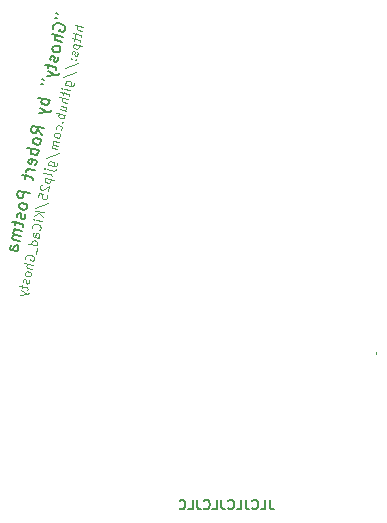
<source format=gbo>
G04 #@! TF.GenerationSoftware,KiCad,Pcbnew,7.0.1-0*
G04 #@! TF.CreationDate,2023-08-21T12:14:01+02:00*
G04 #@! TF.ProjectId,ghost,67686f73-742e-46b6-9963-61645f706362,rev?*
G04 #@! TF.SameCoordinates,Original*
G04 #@! TF.FileFunction,Legend,Bot*
G04 #@! TF.FilePolarity,Positive*
%FSLAX46Y46*%
G04 Gerber Fmt 4.6, Leading zero omitted, Abs format (unit mm)*
G04 Created by KiCad (PCBNEW 7.0.1-0) date 2023-08-21 12:14:01*
%MOMM*%
%LPD*%
G01*
G04 APERTURE LIST*
%ADD10C,0.200000*%
%ADD11C,0.125000*%
%ADD12C,0.150000*%
%ADD13C,0.100000*%
%ADD14R,2.560000X6.100000*%
%ADD15C,17.000000*%
%ADD16C,0.001000*%
%ADD17R,1.250000X0.900000*%
%ADD18R,0.900000X0.800000*%
G04 APERTURE END LIST*
D10*
X157200952Y-116752095D02*
X157200952Y-117323523D01*
X157200952Y-117323523D02*
X157239047Y-117437809D01*
X157239047Y-117437809D02*
X157315238Y-117514000D01*
X157315238Y-117514000D02*
X157429523Y-117552095D01*
X157429523Y-117552095D02*
X157505714Y-117552095D01*
X156439047Y-117552095D02*
X156819999Y-117552095D01*
X156819999Y-117552095D02*
X156819999Y-116752095D01*
X155715237Y-117475904D02*
X155753333Y-117514000D01*
X155753333Y-117514000D02*
X155867618Y-117552095D01*
X155867618Y-117552095D02*
X155943809Y-117552095D01*
X155943809Y-117552095D02*
X156058095Y-117514000D01*
X156058095Y-117514000D02*
X156134285Y-117437809D01*
X156134285Y-117437809D02*
X156172380Y-117361619D01*
X156172380Y-117361619D02*
X156210476Y-117209238D01*
X156210476Y-117209238D02*
X156210476Y-117094952D01*
X156210476Y-117094952D02*
X156172380Y-116942571D01*
X156172380Y-116942571D02*
X156134285Y-116866380D01*
X156134285Y-116866380D02*
X156058095Y-116790190D01*
X156058095Y-116790190D02*
X155943809Y-116752095D01*
X155943809Y-116752095D02*
X155867618Y-116752095D01*
X155867618Y-116752095D02*
X155753333Y-116790190D01*
X155753333Y-116790190D02*
X155715237Y-116828285D01*
X155143809Y-116752095D02*
X155143809Y-117323523D01*
X155143809Y-117323523D02*
X155181904Y-117437809D01*
X155181904Y-117437809D02*
X155258095Y-117514000D01*
X155258095Y-117514000D02*
X155372380Y-117552095D01*
X155372380Y-117552095D02*
X155448571Y-117552095D01*
X154381904Y-117552095D02*
X154762856Y-117552095D01*
X154762856Y-117552095D02*
X154762856Y-116752095D01*
X153658094Y-117475904D02*
X153696190Y-117514000D01*
X153696190Y-117514000D02*
X153810475Y-117552095D01*
X153810475Y-117552095D02*
X153886666Y-117552095D01*
X153886666Y-117552095D02*
X154000952Y-117514000D01*
X154000952Y-117514000D02*
X154077142Y-117437809D01*
X154077142Y-117437809D02*
X154115237Y-117361619D01*
X154115237Y-117361619D02*
X154153333Y-117209238D01*
X154153333Y-117209238D02*
X154153333Y-117094952D01*
X154153333Y-117094952D02*
X154115237Y-116942571D01*
X154115237Y-116942571D02*
X154077142Y-116866380D01*
X154077142Y-116866380D02*
X154000952Y-116790190D01*
X154000952Y-116790190D02*
X153886666Y-116752095D01*
X153886666Y-116752095D02*
X153810475Y-116752095D01*
X153810475Y-116752095D02*
X153696190Y-116790190D01*
X153696190Y-116790190D02*
X153658094Y-116828285D01*
X153086666Y-116752095D02*
X153086666Y-117323523D01*
X153086666Y-117323523D02*
X153124761Y-117437809D01*
X153124761Y-117437809D02*
X153200952Y-117514000D01*
X153200952Y-117514000D02*
X153315237Y-117552095D01*
X153315237Y-117552095D02*
X153391428Y-117552095D01*
X152324761Y-117552095D02*
X152705713Y-117552095D01*
X152705713Y-117552095D02*
X152705713Y-116752095D01*
X151600951Y-117475904D02*
X151639047Y-117514000D01*
X151639047Y-117514000D02*
X151753332Y-117552095D01*
X151753332Y-117552095D02*
X151829523Y-117552095D01*
X151829523Y-117552095D02*
X151943809Y-117514000D01*
X151943809Y-117514000D02*
X152019999Y-117437809D01*
X152019999Y-117437809D02*
X152058094Y-117361619D01*
X152058094Y-117361619D02*
X152096190Y-117209238D01*
X152096190Y-117209238D02*
X152096190Y-117094952D01*
X152096190Y-117094952D02*
X152058094Y-116942571D01*
X152058094Y-116942571D02*
X152019999Y-116866380D01*
X152019999Y-116866380D02*
X151943809Y-116790190D01*
X151943809Y-116790190D02*
X151829523Y-116752095D01*
X151829523Y-116752095D02*
X151753332Y-116752095D01*
X151753332Y-116752095D02*
X151639047Y-116790190D01*
X151639047Y-116790190D02*
X151600951Y-116828285D01*
X151029523Y-116752095D02*
X151029523Y-117323523D01*
X151029523Y-117323523D02*
X151067618Y-117437809D01*
X151067618Y-117437809D02*
X151143809Y-117514000D01*
X151143809Y-117514000D02*
X151258094Y-117552095D01*
X151258094Y-117552095D02*
X151334285Y-117552095D01*
X150267618Y-117552095D02*
X150648570Y-117552095D01*
X150648570Y-117552095D02*
X150648570Y-116752095D01*
X149543808Y-117475904D02*
X149581904Y-117514000D01*
X149581904Y-117514000D02*
X149696189Y-117552095D01*
X149696189Y-117552095D02*
X149772380Y-117552095D01*
X149772380Y-117552095D02*
X149886666Y-117514000D01*
X149886666Y-117514000D02*
X149962856Y-117437809D01*
X149962856Y-117437809D02*
X150000951Y-117361619D01*
X150000951Y-117361619D02*
X150039047Y-117209238D01*
X150039047Y-117209238D02*
X150039047Y-117094952D01*
X150039047Y-117094952D02*
X150000951Y-116942571D01*
X150000951Y-116942571D02*
X149962856Y-116866380D01*
X149962856Y-116866380D02*
X149886666Y-116790190D01*
X149886666Y-116790190D02*
X149772380Y-116752095D01*
X149772380Y-116752095D02*
X149696189Y-116752095D01*
X149696189Y-116752095D02*
X149581904Y-116790190D01*
X149581904Y-116790190D02*
X149543808Y-116828285D01*
D11*
X141393092Y-76725585D02*
X140659482Y-76569652D01*
X141326264Y-77039990D02*
X140941991Y-76958310D01*
X140941991Y-76958310D02*
X140879549Y-76908526D01*
X140879549Y-76908526D02*
X140859466Y-76831233D01*
X140859466Y-76831233D02*
X140881742Y-76726431D01*
X140881742Y-76726431D02*
X140931527Y-76663989D01*
X140931527Y-76663989D02*
X140973886Y-76636480D01*
X140785212Y-77180571D02*
X140725809Y-77460041D01*
X140518399Y-77233394D02*
X141147208Y-77367052D01*
X141147208Y-77367052D02*
X141209650Y-77416836D01*
X141209650Y-77416836D02*
X141229733Y-77494130D01*
X141229733Y-77494130D02*
X141214883Y-77563997D01*
X140696107Y-77599776D02*
X140636704Y-77879247D01*
X140429294Y-77652600D02*
X141058103Y-77786257D01*
X141058103Y-77786257D02*
X141120545Y-77836042D01*
X141120545Y-77836042D02*
X141140628Y-77913335D01*
X141140628Y-77913335D02*
X141125778Y-77983203D01*
X140584726Y-78123784D02*
X141318337Y-78279717D01*
X140619660Y-78131209D02*
X140569875Y-78193651D01*
X140569875Y-78193651D02*
X140540173Y-78333387D01*
X140540173Y-78333387D02*
X140560256Y-78410680D01*
X140560256Y-78410680D02*
X140587765Y-78453039D01*
X140587765Y-78453039D02*
X140650207Y-78502824D01*
X140650207Y-78502824D02*
X140859810Y-78547376D01*
X140859810Y-78547376D02*
X140937103Y-78527293D01*
X140937103Y-78527293D02*
X140979463Y-78499785D01*
X140979463Y-78499785D02*
X141029247Y-78437342D01*
X141029247Y-78437342D02*
X141058949Y-78297607D01*
X141058949Y-78297607D02*
X141038866Y-78220314D01*
X140905208Y-78849123D02*
X140925291Y-78926416D01*
X140925291Y-78926416D02*
X140895590Y-79066151D01*
X140895590Y-79066151D02*
X140845805Y-79128593D01*
X140845805Y-79128593D02*
X140768512Y-79148676D01*
X140768512Y-79148676D02*
X140733578Y-79141251D01*
X140733578Y-79141251D02*
X140671136Y-79091466D01*
X140671136Y-79091466D02*
X140651053Y-79014173D01*
X140651053Y-79014173D02*
X140673329Y-78909372D01*
X140673329Y-78909372D02*
X140653246Y-78832079D01*
X140653246Y-78832079D02*
X140590804Y-78782294D01*
X140590804Y-78782294D02*
X140555870Y-78774869D01*
X140555870Y-78774869D02*
X140478577Y-78794952D01*
X140478577Y-78794952D02*
X140428792Y-78857394D01*
X140428792Y-78857394D02*
X140406516Y-78962195D01*
X140406516Y-78962195D02*
X140426599Y-79039488D01*
X140736617Y-79470507D02*
X140764126Y-79512866D01*
X140764126Y-79512866D02*
X140806485Y-79485357D01*
X140806485Y-79485357D02*
X140778976Y-79442998D01*
X140778976Y-79442998D02*
X140736617Y-79470507D01*
X140736617Y-79470507D02*
X140806485Y-79485357D01*
X140352345Y-79388827D02*
X140379853Y-79431186D01*
X140379853Y-79431186D02*
X140422213Y-79403678D01*
X140422213Y-79403678D02*
X140394704Y-79361319D01*
X140394704Y-79361319D02*
X140352345Y-79388827D01*
X140352345Y-79388827D02*
X140422213Y-79403678D01*
X139852305Y-80195344D02*
X140929176Y-79767022D01*
X139688946Y-80963889D02*
X140765817Y-80535566D01*
X139849610Y-81582233D02*
X140443485Y-81708465D01*
X140443485Y-81708465D02*
X140520778Y-81688382D01*
X140520778Y-81688382D02*
X140563137Y-81660874D01*
X140563137Y-81660874D02*
X140612922Y-81598432D01*
X140612922Y-81598432D02*
X140635198Y-81493630D01*
X140635198Y-81493630D02*
X140615115Y-81416337D01*
X140303750Y-81678764D02*
X140353534Y-81616321D01*
X140353534Y-81616321D02*
X140383236Y-81476586D01*
X140383236Y-81476586D02*
X140363153Y-81399293D01*
X140363153Y-81399293D02*
X140335645Y-81356934D01*
X140335645Y-81356934D02*
X140273202Y-81307149D01*
X140273202Y-81307149D02*
X140063599Y-81262597D01*
X140063599Y-81262597D02*
X139986306Y-81282680D01*
X139986306Y-81282680D02*
X139943947Y-81310188D01*
X139943947Y-81310188D02*
X139894162Y-81372630D01*
X139894162Y-81372630D02*
X139864461Y-81512366D01*
X139864461Y-81512366D02*
X139884544Y-81589659D01*
X140264429Y-82035527D02*
X139775356Y-81931571D01*
X139530819Y-81879593D02*
X139573178Y-81852085D01*
X139573178Y-81852085D02*
X139600686Y-81894444D01*
X139600686Y-81894444D02*
X139558327Y-81921953D01*
X139558327Y-81921953D02*
X139530819Y-81879593D01*
X139530819Y-81879593D02*
X139600686Y-81894444D01*
X139723378Y-82176108D02*
X139663974Y-82455579D01*
X139456565Y-82228932D02*
X140085374Y-82362589D01*
X140085374Y-82362589D02*
X140147816Y-82412374D01*
X140147816Y-82412374D02*
X140167899Y-82489667D01*
X140167899Y-82489667D02*
X140153048Y-82559535D01*
X140101070Y-82804071D02*
X139367460Y-82648138D01*
X140034242Y-83118476D02*
X139649969Y-83036796D01*
X139649969Y-83036796D02*
X139587527Y-82987012D01*
X139587527Y-82987012D02*
X139567444Y-82909719D01*
X139567444Y-82909719D02*
X139589720Y-82804917D01*
X139589720Y-82804917D02*
X139639505Y-82742475D01*
X139639505Y-82742475D02*
X139681864Y-82714966D01*
X139404085Y-83678263D02*
X139893159Y-83782219D01*
X139470914Y-83363858D02*
X139855186Y-83445538D01*
X139855186Y-83445538D02*
X139917628Y-83495322D01*
X139917628Y-83495322D02*
X139937711Y-83572616D01*
X139937711Y-83572616D02*
X139915435Y-83677417D01*
X139915435Y-83677417D02*
X139865650Y-83739859D01*
X139865650Y-83739859D02*
X139823291Y-83767368D01*
X139818905Y-84131557D02*
X139085294Y-83975623D01*
X139364765Y-84035026D02*
X139314980Y-84097468D01*
X139314980Y-84097468D02*
X139285278Y-84237204D01*
X139285278Y-84237204D02*
X139305361Y-84314497D01*
X139305361Y-84314497D02*
X139332870Y-84356856D01*
X139332870Y-84356856D02*
X139395312Y-84406641D01*
X139395312Y-84406641D02*
X139604915Y-84451193D01*
X139604915Y-84451193D02*
X139682208Y-84431110D01*
X139682208Y-84431110D02*
X139724567Y-84403602D01*
X139724567Y-84403602D02*
X139774352Y-84341160D01*
X139774352Y-84341160D02*
X139804054Y-84201424D01*
X139804054Y-84201424D02*
X139783971Y-84124131D01*
X139607954Y-84780448D02*
X139635463Y-84822808D01*
X139635463Y-84822808D02*
X139677822Y-84795299D01*
X139677822Y-84795299D02*
X139650313Y-84752940D01*
X139650313Y-84752940D02*
X139607954Y-84780448D01*
X139607954Y-84780448D02*
X139677822Y-84795299D01*
X139501805Y-85451617D02*
X139551590Y-85389175D01*
X139551590Y-85389175D02*
X139581291Y-85249439D01*
X139581291Y-85249439D02*
X139561208Y-85172146D01*
X139561208Y-85172146D02*
X139533700Y-85129787D01*
X139533700Y-85129787D02*
X139471258Y-85080002D01*
X139471258Y-85080002D02*
X139261655Y-85035450D01*
X139261655Y-85035450D02*
X139184361Y-85055533D01*
X139184361Y-85055533D02*
X139142002Y-85083041D01*
X139142002Y-85083041D02*
X139092218Y-85145483D01*
X139092218Y-85145483D02*
X139062516Y-85285219D01*
X139062516Y-85285219D02*
X139082599Y-85362512D01*
X139447634Y-85878248D02*
X139427551Y-85800955D01*
X139427551Y-85800955D02*
X139400042Y-85758596D01*
X139400042Y-85758596D02*
X139337600Y-85708811D01*
X139337600Y-85708811D02*
X139127997Y-85664259D01*
X139127997Y-85664259D02*
X139050704Y-85684342D01*
X139050704Y-85684342D02*
X139008345Y-85711850D01*
X139008345Y-85711850D02*
X138958560Y-85774292D01*
X138958560Y-85774292D02*
X138936284Y-85879094D01*
X138936284Y-85879094D02*
X138956367Y-85956387D01*
X138956367Y-85956387D02*
X138983875Y-85998746D01*
X138983875Y-85998746D02*
X139046318Y-86048531D01*
X139046318Y-86048531D02*
X139255921Y-86093084D01*
X139255921Y-86093084D02*
X139333214Y-86073001D01*
X139333214Y-86073001D02*
X139375573Y-86045492D01*
X139375573Y-86045492D02*
X139425358Y-85983050D01*
X139425358Y-85983050D02*
X139447634Y-85878248D01*
X139328827Y-86437189D02*
X138839753Y-86333234D01*
X138909621Y-86348084D02*
X138867262Y-86375593D01*
X138867262Y-86375593D02*
X138817477Y-86438035D01*
X138817477Y-86438035D02*
X138795201Y-86542837D01*
X138795201Y-86542837D02*
X138815284Y-86620130D01*
X138815284Y-86620130D02*
X138877726Y-86669914D01*
X138877726Y-86669914D02*
X139261999Y-86751594D01*
X138877726Y-86669914D02*
X138800433Y-86689997D01*
X138800433Y-86689997D02*
X138750648Y-86752440D01*
X138750648Y-86752440D02*
X138728372Y-86857241D01*
X138728372Y-86857241D02*
X138748455Y-86934534D01*
X138748455Y-86934534D02*
X138810897Y-86984319D01*
X138810897Y-86984319D02*
X139195170Y-87065999D01*
X138240990Y-87775985D02*
X139317861Y-87347663D01*
X138401654Y-88394330D02*
X138995529Y-88520562D01*
X138995529Y-88520562D02*
X139072822Y-88500479D01*
X139072822Y-88500479D02*
X139115182Y-88472971D01*
X139115182Y-88472971D02*
X139164966Y-88410528D01*
X139164966Y-88410528D02*
X139187243Y-88305727D01*
X139187243Y-88305727D02*
X139167160Y-88228434D01*
X138855794Y-88490860D02*
X138905579Y-88428418D01*
X138905579Y-88428418D02*
X138935280Y-88288683D01*
X138935280Y-88288683D02*
X138915197Y-88211390D01*
X138915197Y-88211390D02*
X138887689Y-88169030D01*
X138887689Y-88169030D02*
X138825247Y-88119246D01*
X138825247Y-88119246D02*
X138615643Y-88074693D01*
X138615643Y-88074693D02*
X138538350Y-88094776D01*
X138538350Y-88094776D02*
X138495991Y-88122285D01*
X138495991Y-88122285D02*
X138446206Y-88184727D01*
X138446206Y-88184727D02*
X138416505Y-88324462D01*
X138416505Y-88324462D02*
X138436588Y-88401755D01*
X138327400Y-88743668D02*
X138956209Y-88877326D01*
X138956209Y-88877326D02*
X139033502Y-88857243D01*
X139033502Y-88857243D02*
X139083287Y-88794800D01*
X139083287Y-88794800D02*
X139090712Y-88759866D01*
X138082863Y-88691690D02*
X138125222Y-88664182D01*
X138125222Y-88664182D02*
X138152731Y-88706541D01*
X138152731Y-88706541D02*
X138110371Y-88734049D01*
X138110371Y-88734049D02*
X138082863Y-88691690D01*
X138082863Y-88691690D02*
X138152731Y-88706541D01*
X138719943Y-89301764D02*
X138699860Y-89224471D01*
X138699860Y-89224471D02*
X138637418Y-89174686D01*
X138637418Y-89174686D02*
X138008609Y-89041029D01*
X138171466Y-89477279D02*
X138905077Y-89633212D01*
X138206400Y-89484704D02*
X138156615Y-89547146D01*
X138156615Y-89547146D02*
X138126914Y-89686882D01*
X138126914Y-89686882D02*
X138146997Y-89764175D01*
X138146997Y-89764175D02*
X138174505Y-89806534D01*
X138174505Y-89806534D02*
X138236947Y-89856319D01*
X138236947Y-89856319D02*
X138446550Y-89900871D01*
X138446550Y-89900871D02*
X138523843Y-89880788D01*
X138523843Y-89880788D02*
X138566203Y-89853280D01*
X138566203Y-89853280D02*
X138615987Y-89790838D01*
X138615987Y-89790838D02*
X138645689Y-89651102D01*
X138645689Y-89651102D02*
X138625606Y-89573809D01*
X137863139Y-90068960D02*
X137820780Y-90096469D01*
X137820780Y-90096469D02*
X137770995Y-90158911D01*
X137770995Y-90158911D02*
X137733868Y-90333580D01*
X137733868Y-90333580D02*
X137753951Y-90410873D01*
X137753951Y-90410873D02*
X137781460Y-90453233D01*
X137781460Y-90453233D02*
X137843902Y-90503017D01*
X137843902Y-90503017D02*
X137913770Y-90517868D01*
X137913770Y-90517868D02*
X138025997Y-90505211D01*
X138025997Y-90505211D02*
X138534308Y-90175109D01*
X138534308Y-90175109D02*
X138437777Y-90629249D01*
X137563084Y-91137059D02*
X137637338Y-90787721D01*
X137637338Y-90787721D02*
X137994102Y-90827041D01*
X137994102Y-90827041D02*
X137951742Y-90854549D01*
X137951742Y-90854549D02*
X137901958Y-90916992D01*
X137901958Y-90916992D02*
X137864831Y-91091661D01*
X137864831Y-91091661D02*
X137884914Y-91168954D01*
X137884914Y-91168954D02*
X137912422Y-91211313D01*
X137912422Y-91211313D02*
X137974864Y-91261098D01*
X137974864Y-91261098D02*
X138149534Y-91298225D01*
X138149534Y-91298225D02*
X138226827Y-91278142D01*
X138226827Y-91278142D02*
X138269186Y-91250633D01*
X138269186Y-91250633D02*
X138318971Y-91188191D01*
X138318971Y-91188191D02*
X138356098Y-91013522D01*
X138356098Y-91013522D02*
X138336015Y-90936229D01*
X138336015Y-90936229D02*
X138308506Y-90893870D01*
X137342514Y-92002980D02*
X138419386Y-91574657D01*
X138059081Y-92410876D02*
X137325470Y-92254942D01*
X137969976Y-92830082D02*
X137617599Y-92426572D01*
X137236365Y-92674148D02*
X137744676Y-92344047D01*
X137903147Y-93144486D02*
X137414073Y-93040531D01*
X137169537Y-92988553D02*
X137211896Y-92961044D01*
X137211896Y-92961044D02*
X137239404Y-93003403D01*
X137239404Y-93003403D02*
X137197045Y-93030912D01*
X137197045Y-93030912D02*
X137169537Y-92988553D01*
X137169537Y-92988553D02*
X137239404Y-93003403D01*
X137669920Y-93898180D02*
X137712280Y-93870672D01*
X137712280Y-93870672D02*
X137769490Y-93773296D01*
X137769490Y-93773296D02*
X137784341Y-93703428D01*
X137784341Y-93703428D02*
X137771683Y-93591201D01*
X137771683Y-93591201D02*
X137716666Y-93506483D01*
X137716666Y-93506483D02*
X137654224Y-93456698D01*
X137654224Y-93456698D02*
X137521914Y-93392062D01*
X137521914Y-93392062D02*
X137417112Y-93369786D01*
X137417112Y-93369786D02*
X137269952Y-93375018D01*
X137269952Y-93375018D02*
X137192659Y-93395101D01*
X137192659Y-93395101D02*
X137107940Y-93450118D01*
X137107940Y-93450118D02*
X137050730Y-93547494D01*
X137050730Y-93547494D02*
X137035879Y-93617362D01*
X137035879Y-93617362D02*
X137048537Y-93729589D01*
X137048537Y-93729589D02*
X137076045Y-93771948D01*
X137606131Y-94541840D02*
X137221858Y-94460161D01*
X137221858Y-94460161D02*
X137159416Y-94410376D01*
X137159416Y-94410376D02*
X137139333Y-94333083D01*
X137139333Y-94333083D02*
X137169035Y-94193347D01*
X137169035Y-94193347D02*
X137218819Y-94130905D01*
X137571197Y-94534415D02*
X137620981Y-94471973D01*
X137620981Y-94471973D02*
X137658108Y-94297303D01*
X137658108Y-94297303D02*
X137638025Y-94220010D01*
X137638025Y-94220010D02*
X137575583Y-94170226D01*
X137575583Y-94170226D02*
X137505716Y-94155375D01*
X137505716Y-94155375D02*
X137428422Y-94175458D01*
X137428422Y-94175458D02*
X137378638Y-94237900D01*
X137378638Y-94237900D02*
X137341511Y-94412569D01*
X137341511Y-94412569D02*
X137291726Y-94475011D01*
X137465048Y-95205583D02*
X136731437Y-95049649D01*
X137430114Y-95198157D02*
X137479899Y-95135715D01*
X137479899Y-95135715D02*
X137509600Y-94995980D01*
X137509600Y-94995980D02*
X137489517Y-94918687D01*
X137489517Y-94918687D02*
X137462009Y-94876327D01*
X137462009Y-94876327D02*
X137399567Y-94826543D01*
X137399567Y-94826543D02*
X137189963Y-94781990D01*
X137189963Y-94781990D02*
X137112670Y-94802073D01*
X137112670Y-94802073D02*
X137070311Y-94829582D01*
X137070311Y-94829582D02*
X137020526Y-94892024D01*
X137020526Y-94892024D02*
X136990825Y-95031759D01*
X136990825Y-95031759D02*
X137010908Y-95109052D01*
X137497788Y-95395102D02*
X137378982Y-95954044D01*
X136491630Y-96349627D02*
X136471547Y-96272334D01*
X136471547Y-96272334D02*
X136493824Y-96167532D01*
X136493824Y-96167532D02*
X136551034Y-96070156D01*
X136551034Y-96070156D02*
X136635752Y-96015139D01*
X136635752Y-96015139D02*
X136713045Y-95995056D01*
X136713045Y-95995056D02*
X136860206Y-95989824D01*
X136860206Y-95989824D02*
X136965008Y-96012100D01*
X136965008Y-96012100D02*
X137097318Y-96076736D01*
X137097318Y-96076736D02*
X137159760Y-96126520D01*
X137159760Y-96126520D02*
X137214777Y-96211239D01*
X137214777Y-96211239D02*
X137227434Y-96323466D01*
X137227434Y-96323466D02*
X137212584Y-96393333D01*
X137212584Y-96393333D02*
X137155373Y-96490710D01*
X137155373Y-96490710D02*
X137113014Y-96518218D01*
X137113014Y-96518218D02*
X136868477Y-96466240D01*
X136868477Y-96466240D02*
X136898179Y-96326505D01*
X137116053Y-96847473D02*
X136382442Y-96691540D01*
X137049224Y-97161878D02*
X136664952Y-97080198D01*
X136664952Y-97080198D02*
X136602510Y-97030414D01*
X136602510Y-97030414D02*
X136582427Y-96953121D01*
X136582427Y-96953121D02*
X136604703Y-96848319D01*
X136604703Y-96848319D02*
X136654488Y-96785877D01*
X136654488Y-96785877D02*
X136696847Y-96758368D01*
X136952694Y-97616018D02*
X136932611Y-97538724D01*
X136932611Y-97538724D02*
X136905103Y-97496365D01*
X136905103Y-97496365D02*
X136842660Y-97446581D01*
X136842660Y-97446581D02*
X136633057Y-97402028D01*
X136633057Y-97402028D02*
X136555764Y-97422111D01*
X136555764Y-97422111D02*
X136513405Y-97449619D01*
X136513405Y-97449619D02*
X136463620Y-97512062D01*
X136463620Y-97512062D02*
X136441344Y-97616863D01*
X136441344Y-97616863D02*
X136461427Y-97694156D01*
X136461427Y-97694156D02*
X136488935Y-97736516D01*
X136488935Y-97736516D02*
X136551378Y-97786300D01*
X136551378Y-97786300D02*
X136760981Y-97830853D01*
X136760981Y-97830853D02*
X136838274Y-97810770D01*
X136838274Y-97810770D02*
X136880633Y-97783261D01*
X136880633Y-97783261D02*
X136930418Y-97720819D01*
X136930418Y-97720819D02*
X136952694Y-97616018D01*
X136806379Y-98132599D02*
X136826462Y-98209892D01*
X136826462Y-98209892D02*
X136796760Y-98349628D01*
X136796760Y-98349628D02*
X136746976Y-98412070D01*
X136746976Y-98412070D02*
X136669683Y-98432153D01*
X136669683Y-98432153D02*
X136634749Y-98424728D01*
X136634749Y-98424728D02*
X136572306Y-98374943D01*
X136572306Y-98374943D02*
X136552223Y-98297650D01*
X136552223Y-98297650D02*
X136574500Y-98192848D01*
X136574500Y-98192848D02*
X136554417Y-98115555D01*
X136554417Y-98115555D02*
X136491974Y-98065771D01*
X136491974Y-98065771D02*
X136457041Y-98058345D01*
X136457041Y-98058345D02*
X136379747Y-98078428D01*
X136379747Y-98078428D02*
X136329963Y-98140870D01*
X136329963Y-98140870D02*
X136307687Y-98245672D01*
X136307687Y-98245672D02*
X136327770Y-98322965D01*
X136240858Y-98560077D02*
X136181454Y-98839547D01*
X135974045Y-98612900D02*
X136602854Y-98746558D01*
X136602854Y-98746558D02*
X136665296Y-98796343D01*
X136665296Y-98796343D02*
X136685379Y-98873636D01*
X136685379Y-98873636D02*
X136670528Y-98943503D01*
X136144327Y-99014216D02*
X136596274Y-99292841D01*
X136070073Y-99363555D02*
X136596274Y-99292841D01*
X136596274Y-99292841D02*
X136785794Y-99260101D01*
X136785794Y-99260101D02*
X136828153Y-99232592D01*
X136828153Y-99232592D02*
X136877938Y-99170150D01*
D12*
X139082543Y-75562957D02*
X139268857Y-75602559D01*
X139003339Y-75935585D02*
X139189652Y-75975187D01*
X138851906Y-76877055D02*
X138825129Y-76773997D01*
X138825129Y-76773997D02*
X138854830Y-76634262D01*
X138854830Y-76634262D02*
X138931110Y-76504427D01*
X138931110Y-76504427D02*
X139044068Y-76431071D01*
X139044068Y-76431071D02*
X139147126Y-76404294D01*
X139147126Y-76404294D02*
X139343340Y-76397318D01*
X139343340Y-76397318D02*
X139483076Y-76427019D01*
X139483076Y-76427019D02*
X139659489Y-76513200D01*
X139659489Y-76513200D02*
X139742745Y-76579580D01*
X139742745Y-76579580D02*
X139816101Y-76692538D01*
X139816101Y-76692538D02*
X139832978Y-76842174D01*
X139832978Y-76842174D02*
X139813177Y-76935331D01*
X139813177Y-76935331D02*
X139736897Y-77065165D01*
X139736897Y-77065165D02*
X139680418Y-77101843D01*
X139680418Y-77101843D02*
X139354368Y-77032539D01*
X139354368Y-77032539D02*
X139393971Y-76846226D01*
X139684469Y-77540851D02*
X138706322Y-77332939D01*
X139595364Y-77960057D02*
X139083001Y-77851150D01*
X139083001Y-77851150D02*
X138999745Y-77784771D01*
X138999745Y-77784771D02*
X138972968Y-77681713D01*
X138972968Y-77681713D02*
X139002669Y-77541978D01*
X139002669Y-77541978D02*
X139069049Y-77458722D01*
X139069049Y-77458722D02*
X139125528Y-77422044D01*
X139466657Y-78565577D02*
X139439880Y-78462519D01*
X139439880Y-78462519D02*
X139403202Y-78406040D01*
X139403202Y-78406040D02*
X139319946Y-78339661D01*
X139319946Y-78339661D02*
X139040475Y-78280257D01*
X139040475Y-78280257D02*
X138937417Y-78307035D01*
X138937417Y-78307035D02*
X138880938Y-78343713D01*
X138880938Y-78343713D02*
X138814559Y-78426969D01*
X138814559Y-78426969D02*
X138784857Y-78566704D01*
X138784857Y-78566704D02*
X138811634Y-78669762D01*
X138811634Y-78669762D02*
X138848312Y-78726241D01*
X138848312Y-78726241D02*
X138931569Y-78792620D01*
X138931569Y-78792620D02*
X139211039Y-78852024D01*
X139211039Y-78852024D02*
X139314097Y-78825246D01*
X139314097Y-78825246D02*
X139370576Y-78788568D01*
X139370576Y-78788568D02*
X139436955Y-78705312D01*
X139436955Y-78705312D02*
X139466657Y-78565577D01*
X139271570Y-79254353D02*
X139298348Y-79357411D01*
X139298348Y-79357411D02*
X139258745Y-79543724D01*
X139258745Y-79543724D02*
X139192366Y-79626981D01*
X139192366Y-79626981D02*
X139089308Y-79653758D01*
X139089308Y-79653758D02*
X139042730Y-79643857D01*
X139042730Y-79643857D02*
X138959474Y-79577478D01*
X138959474Y-79577478D02*
X138932696Y-79474420D01*
X138932696Y-79474420D02*
X138962398Y-79334685D01*
X138962398Y-79334685D02*
X138935621Y-79231628D01*
X138935621Y-79231628D02*
X138852364Y-79165248D01*
X138852364Y-79165248D02*
X138805786Y-79155347D01*
X138805786Y-79155347D02*
X138702728Y-79182125D01*
X138702728Y-79182125D02*
X138636349Y-79265381D01*
X138636349Y-79265381D02*
X138606647Y-79405117D01*
X138606647Y-79405117D02*
X138633424Y-79508174D01*
X138517542Y-79824323D02*
X138438338Y-80196951D01*
X138161791Y-79894754D02*
X139000203Y-80072964D01*
X139000203Y-80072964D02*
X139083460Y-80139344D01*
X139083460Y-80139344D02*
X139110237Y-80242401D01*
X139110237Y-80242401D02*
X139090436Y-80335558D01*
X138388835Y-80429843D02*
X138991430Y-80801343D01*
X138289829Y-80895628D02*
X138991430Y-80801343D01*
X138991430Y-80801343D02*
X139244124Y-80757689D01*
X139244124Y-80757689D02*
X139300603Y-80721011D01*
X139300603Y-80721011D02*
X139366982Y-80637755D01*
X137894476Y-81152373D02*
X138080790Y-81191976D01*
X137815272Y-81525001D02*
X138001585Y-81564603D01*
X138545905Y-82897375D02*
X137567757Y-82689463D01*
X137940385Y-82768667D02*
X137874006Y-82851924D01*
X137874006Y-82851924D02*
X137834403Y-83038238D01*
X137834403Y-83038238D02*
X137861181Y-83141295D01*
X137861181Y-83141295D02*
X137897859Y-83197774D01*
X137897859Y-83197774D02*
X137981115Y-83264154D01*
X137981115Y-83264154D02*
X138260586Y-83323557D01*
X138260586Y-83323557D02*
X138363643Y-83296780D01*
X138363643Y-83296780D02*
X138420122Y-83260102D01*
X138420122Y-83260102D02*
X138486502Y-83176845D01*
X138486502Y-83176845D02*
X138526104Y-82990531D01*
X138526104Y-82990531D02*
X138499327Y-82887474D01*
X137725497Y-83550601D02*
X138328093Y-83922101D01*
X137626492Y-84016385D02*
X138328093Y-83922101D01*
X138328093Y-83922101D02*
X138580786Y-83878447D01*
X138580786Y-83878447D02*
X138637265Y-83841769D01*
X138637265Y-83841769D02*
X138703645Y-83758512D01*
X137922170Y-85831818D02*
X137525689Y-85406763D01*
X138040977Y-85272876D02*
X137062829Y-85064965D01*
X137062829Y-85064965D02*
X136983625Y-85437592D01*
X136983625Y-85437592D02*
X137010402Y-85540650D01*
X137010402Y-85540650D02*
X137047080Y-85597129D01*
X137047080Y-85597129D02*
X137130336Y-85663508D01*
X137130336Y-85663508D02*
X137270072Y-85693210D01*
X137270072Y-85693210D02*
X137373129Y-85666433D01*
X137373129Y-85666433D02*
X137429608Y-85629755D01*
X137429608Y-85629755D02*
X137495988Y-85546499D01*
X137495988Y-85546499D02*
X137575192Y-85173871D01*
X137803363Y-86390759D02*
X137776586Y-86287702D01*
X137776586Y-86287702D02*
X137739908Y-86231223D01*
X137739908Y-86231223D02*
X137656652Y-86164843D01*
X137656652Y-86164843D02*
X137377181Y-86105440D01*
X137377181Y-86105440D02*
X137274123Y-86132217D01*
X137274123Y-86132217D02*
X137217644Y-86168895D01*
X137217644Y-86168895D02*
X137151265Y-86252152D01*
X137151265Y-86252152D02*
X137121563Y-86391887D01*
X137121563Y-86391887D02*
X137148340Y-86494944D01*
X137148340Y-86494944D02*
X137185018Y-86551423D01*
X137185018Y-86551423D02*
X137268275Y-86617803D01*
X137268275Y-86617803D02*
X137547745Y-86677206D01*
X137547745Y-86677206D02*
X137650803Y-86650429D01*
X137650803Y-86650429D02*
X137707282Y-86613751D01*
X137707282Y-86613751D02*
X137773662Y-86530495D01*
X137773662Y-86530495D02*
X137803363Y-86390759D01*
X137644954Y-87136015D02*
X136666807Y-86928103D01*
X137039434Y-87007308D02*
X136973055Y-87090564D01*
X136973055Y-87090564D02*
X136933453Y-87276878D01*
X136933453Y-87276878D02*
X136960230Y-87379935D01*
X136960230Y-87379935D02*
X136996908Y-87436414D01*
X136996908Y-87436414D02*
X137080164Y-87502794D01*
X137080164Y-87502794D02*
X137359635Y-87562197D01*
X137359635Y-87562197D02*
X137462692Y-87535420D01*
X137462692Y-87535420D02*
X137519171Y-87498742D01*
X137519171Y-87498742D02*
X137585551Y-87415486D01*
X137585551Y-87415486D02*
X137625153Y-87229172D01*
X137625153Y-87229172D02*
X137598376Y-87126114D01*
X137331061Y-88383733D02*
X137397440Y-88300476D01*
X137397440Y-88300476D02*
X137437043Y-88114163D01*
X137437043Y-88114163D02*
X137410265Y-88011105D01*
X137410265Y-88011105D02*
X137327009Y-87944725D01*
X137327009Y-87944725D02*
X136954381Y-87865521D01*
X136954381Y-87865521D02*
X136851324Y-87892298D01*
X136851324Y-87892298D02*
X136784944Y-87975555D01*
X136784944Y-87975555D02*
X136745342Y-88161869D01*
X136745342Y-88161869D02*
X136772119Y-88264926D01*
X136772119Y-88264926D02*
X136855376Y-88331306D01*
X136855376Y-88331306D02*
X136948533Y-88351107D01*
X136948533Y-88351107D02*
X137140695Y-87905123D01*
X137278634Y-88859418D02*
X136626535Y-88720810D01*
X136812849Y-88760412D02*
X136709792Y-88787190D01*
X136709792Y-88787190D02*
X136653313Y-88823868D01*
X136653313Y-88823868D02*
X136586933Y-88907124D01*
X136586933Y-88907124D02*
X136567132Y-89000281D01*
X136527530Y-89186595D02*
X136448325Y-89559223D01*
X136171779Y-89257027D02*
X137010191Y-89435237D01*
X137010191Y-89435237D02*
X137093447Y-89501616D01*
X137093447Y-89501616D02*
X137120225Y-89604674D01*
X137120225Y-89604674D02*
X137100424Y-89697831D01*
X136872711Y-90769136D02*
X135894563Y-90561224D01*
X135894563Y-90561224D02*
X135815359Y-90933852D01*
X135815359Y-90933852D02*
X135842136Y-91036909D01*
X135842136Y-91036909D02*
X135878814Y-91093388D01*
X135878814Y-91093388D02*
X135962070Y-91159768D01*
X135962070Y-91159768D02*
X136101806Y-91189469D01*
X136101806Y-91189469D02*
X136204863Y-91162692D01*
X136204863Y-91162692D02*
X136261342Y-91126014D01*
X136261342Y-91126014D02*
X136327722Y-91042758D01*
X136327722Y-91042758D02*
X136406926Y-90670130D01*
X136635097Y-91887019D02*
X136608320Y-91783961D01*
X136608320Y-91783961D02*
X136571642Y-91727482D01*
X136571642Y-91727482D02*
X136488386Y-91661103D01*
X136488386Y-91661103D02*
X136208915Y-91601699D01*
X136208915Y-91601699D02*
X136105857Y-91628477D01*
X136105857Y-91628477D02*
X136049378Y-91665155D01*
X136049378Y-91665155D02*
X135982999Y-91748411D01*
X135982999Y-91748411D02*
X135953297Y-91888146D01*
X135953297Y-91888146D02*
X135980075Y-91991204D01*
X135980075Y-91991204D02*
X136016752Y-92047683D01*
X136016752Y-92047683D02*
X136100009Y-92114062D01*
X136100009Y-92114062D02*
X136379480Y-92173466D01*
X136379480Y-92173466D02*
X136482537Y-92146688D01*
X136482537Y-92146688D02*
X136539016Y-92110010D01*
X136539016Y-92110010D02*
X136605396Y-92026754D01*
X136605396Y-92026754D02*
X136635097Y-91887019D01*
X136440010Y-92575795D02*
X136466788Y-92678853D01*
X136466788Y-92678853D02*
X136427186Y-92865166D01*
X136427186Y-92865166D02*
X136360806Y-92948423D01*
X136360806Y-92948423D02*
X136257748Y-92975200D01*
X136257748Y-92975200D02*
X136211170Y-92965300D01*
X136211170Y-92965300D02*
X136127914Y-92898920D01*
X136127914Y-92898920D02*
X136101136Y-92795863D01*
X136101136Y-92795863D02*
X136130838Y-92656127D01*
X136130838Y-92656127D02*
X136104061Y-92553070D01*
X136104061Y-92553070D02*
X136020804Y-92486690D01*
X136020804Y-92486690D02*
X135974226Y-92476790D01*
X135974226Y-92476790D02*
X135871168Y-92503567D01*
X135871168Y-92503567D02*
X135804789Y-92586823D01*
X135804789Y-92586823D02*
X135775087Y-92726559D01*
X135775087Y-92726559D02*
X135801864Y-92829616D01*
X135685982Y-93145765D02*
X135606778Y-93518393D01*
X135330231Y-93216196D02*
X136168643Y-93394406D01*
X136168643Y-93394406D02*
X136251900Y-93460786D01*
X136251900Y-93460786D02*
X136278677Y-93563843D01*
X136278677Y-93563843D02*
X136258876Y-93657000D01*
X136189572Y-93983050D02*
X135537474Y-93844442D01*
X135630631Y-93864243D02*
X135574152Y-93900921D01*
X135574152Y-93900921D02*
X135507772Y-93984178D01*
X135507772Y-93984178D02*
X135478070Y-94123913D01*
X135478070Y-94123913D02*
X135504848Y-94226970D01*
X135504848Y-94226970D02*
X135588104Y-94293350D01*
X135588104Y-94293350D02*
X136100467Y-94402256D01*
X135588104Y-94293350D02*
X135485047Y-94320127D01*
X135485047Y-94320127D02*
X135418667Y-94403384D01*
X135418667Y-94403384D02*
X135388965Y-94543119D01*
X135388965Y-94543119D02*
X135415743Y-94646177D01*
X135415743Y-94646177D02*
X135498999Y-94712556D01*
X135498999Y-94712556D02*
X136011362Y-94821462D01*
X135823252Y-95706453D02*
X135310888Y-95597546D01*
X135310888Y-95597546D02*
X135227632Y-95531167D01*
X135227632Y-95531167D02*
X135200855Y-95428109D01*
X135200855Y-95428109D02*
X135240457Y-95241796D01*
X135240457Y-95241796D02*
X135306837Y-95158539D01*
X135776673Y-95696552D02*
X135843053Y-95613296D01*
X135843053Y-95613296D02*
X135892555Y-95380403D01*
X135892555Y-95380403D02*
X135865778Y-95277346D01*
X135865778Y-95277346D02*
X135782522Y-95210966D01*
X135782522Y-95210966D02*
X135689365Y-95191165D01*
X135689365Y-95191165D02*
X135586307Y-95217943D01*
X135586307Y-95217943D02*
X135519928Y-95301199D01*
X135519928Y-95301199D02*
X135470425Y-95534091D01*
X135470425Y-95534091D02*
X135404045Y-95617348D01*
D13*
X166220000Y-104280000D02*
X166220000Y-104280000D01*
X166220000Y-104380000D02*
X166220000Y-104380000D01*
X166220000Y-104380000D02*
G75*
G03*
X166220000Y-104280000I0J50000D01*
G01*
X166220000Y-104280000D02*
G75*
G03*
X166220000Y-104380000I0J-50000D01*
G01*
%LPC*%
D14*
X137610000Y-105230000D03*
X159950000Y-105230000D03*
D15*
X148780000Y-105230000D03*
D16*
X169420000Y-105080000D03*
X169420000Y-108080000D03*
D17*
X167345000Y-104330000D03*
X167345000Y-107330000D03*
X167345000Y-108830000D03*
D18*
X168320000Y-102780000D03*
X170520000Y-102780000D03*
X170520000Y-110380000D03*
X168320000Y-110380000D03*
M02*

</source>
